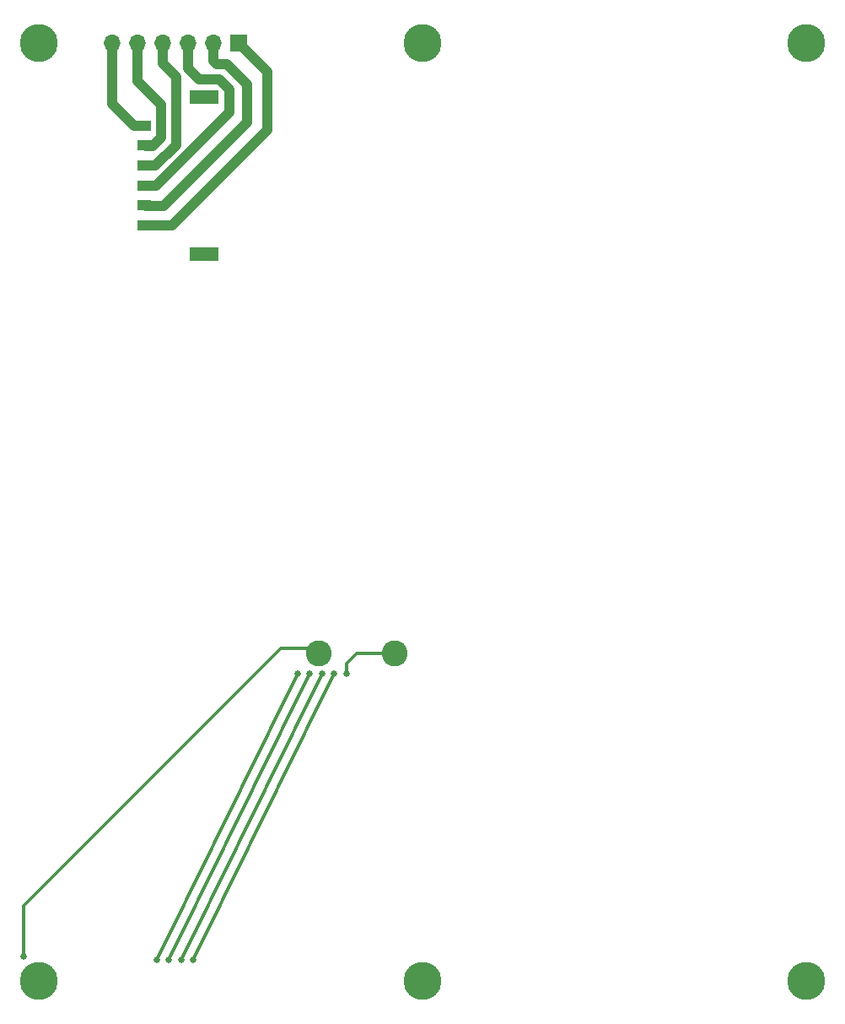
<source format=gbr>
%TF.GenerationSoftware,KiCad,Pcbnew,(6.0.5)*%
%TF.CreationDate,2022-08-19T15:48:38-07:00*%
%TF.ProjectId,Coil_Panels_XY,436f696c-5f50-4616-9e65-6c735f58592e,rev?*%
%TF.SameCoordinates,Original*%
%TF.FileFunction,Copper,L6,Bot*%
%TF.FilePolarity,Positive*%
%FSLAX46Y46*%
G04 Gerber Fmt 4.6, Leading zero omitted, Abs format (unit mm)*
G04 Created by KiCad (PCBNEW (6.0.5)) date 2022-08-19 15:48:38*
%MOMM*%
%LPD*%
G01*
G04 APERTURE LIST*
%TA.AperFunction,ComponentPad*%
%ADD10C,2.600000*%
%TD*%
%TA.AperFunction,ConnectorPad*%
%ADD11C,3.800000*%
%TD*%
%TA.AperFunction,ComponentPad*%
%ADD12R,1.700000X1.700000*%
%TD*%
%TA.AperFunction,ComponentPad*%
%ADD13O,1.700000X1.700000*%
%TD*%
%TA.AperFunction,SMDPad,CuDef*%
%ADD14R,1.450000X1.100000*%
%TD*%
%TA.AperFunction,SMDPad,CuDef*%
%ADD15R,2.900000X1.350000*%
%TD*%
%TA.AperFunction,ViaPad*%
%ADD16C,0.650000*%
%TD*%
%TA.AperFunction,Conductor*%
%ADD17C,1.000000*%
%TD*%
%TA.AperFunction,Conductor*%
%ADD18C,0.306000*%
%TD*%
G04 APERTURE END LIST*
D10*
%TO.P,H1,1,1*%
%TO.N,unconnected-(H1-Pad1)*%
X111942000Y-49921999D03*
D11*
X111942000Y-49921999D03*
%TD*%
D12*
%TO.P,J1,1,Pin_1*%
%TO.N,Net-(J1-Pad1)*%
X131942000Y-49921999D03*
D13*
%TO.P,J1,2,Pin_2*%
%TO.N,Net-(J1-Pad2)*%
X129402000Y-49921999D03*
%TO.P,J1,3,Pin_3*%
%TO.N,Net-(J1-Pad3)*%
X126862000Y-49921999D03*
%TO.P,J1,4,Pin_4*%
%TO.N,Net-(J1-Pad4)*%
X124322000Y-49921999D03*
%TO.P,J1,5,Pin_5*%
%TO.N,Net-(J1-Pad5)*%
X121782000Y-49921999D03*
%TO.P,J1,6,Pin_6*%
%TO.N,Net-(J1-Pad6)*%
X119242000Y-49921999D03*
%TD*%
D10*
%TO.P,H5,1,1*%
%TO.N,unconnected-(H5-Pad1)*%
X150442000Y-143921999D03*
D11*
X150442000Y-143921999D03*
%TD*%
%TO.P,H4,1,1*%
%TO.N,unconnected-(H4-Pad1)*%
X111942000Y-143921999D03*
D10*
X111942000Y-143921999D03*
%TD*%
%TO.P,TP1,1,1*%
%TO.N,Coil_OUT*%
X139986000Y-111092000D03*
%TO.P,TP1,2,2*%
X147606000Y-111092000D03*
%TD*%
%TO.P,H2,1,1*%
%TO.N,unconnected-(H2-Pad1)*%
X150442000Y-49921999D03*
D11*
X150442000Y-49921999D03*
%TD*%
D10*
%TO.P,H3,1,1*%
%TO.N,unconnected-(H3-Pad1)*%
X188942000Y-49921999D03*
D11*
X188942000Y-49921999D03*
%TD*%
D10*
%TO.P,H6,1,1*%
%TO.N,unconnected-(H6-Pad1)*%
X188942000Y-143921999D03*
D11*
X188942000Y-143921999D03*
%TD*%
D14*
%TO.P,J2,1,1*%
%TO.N,Net-(J1-Pad6)*%
X122500000Y-58170000D03*
%TO.P,J2,2,2*%
%TO.N,Net-(J1-Pad5)*%
X122500000Y-60170000D03*
%TO.P,J2,3,3*%
%TO.N,Net-(J1-Pad4)*%
X122500000Y-62170000D03*
%TO.P,J2,4,4*%
%TO.N,Net-(J1-Pad3)*%
X122500000Y-64170000D03*
%TO.P,J2,5,5*%
%TO.N,Net-(J1-Pad2)*%
X122500000Y-66170000D03*
%TO.P,J2,6,6*%
%TO.N,Net-(J1-Pad1)*%
X122500000Y-68170000D03*
D15*
%TO.P,J2,S1,SHIELD1*%
%TO.N,unconnected-(J2-PadS1)*%
X128475000Y-55275000D03*
%TO.P,J2,S2,SHIELD2*%
%TO.N,unconnected-(J2-PadS2)*%
X128475000Y-71065000D03*
%TD*%
D16*
%TO.N,Coil_OUT*%
X126184000Y-141856000D03*
X127408000Y-141856000D03*
X123736000Y-141856000D03*
X140358000Y-113092000D03*
X124960000Y-141856000D03*
X137910000Y-113092000D03*
X139134000Y-113092000D03*
X142806000Y-113092000D03*
X110394000Y-141513999D03*
X141582000Y-113092000D03*
%TD*%
D17*
%TO.N,Net-(J1-Pad1)*%
X122638000Y-68201999D02*
X125252000Y-68201999D01*
X134824000Y-52803999D02*
X131942000Y-49921999D01*
X125252000Y-68201999D02*
X134824000Y-58629999D01*
X134824000Y-58629999D02*
X134824000Y-52803999D01*
%TO.N,Net-(J1-Pad2)*%
X132792000Y-54057999D02*
X130760000Y-52025999D01*
X130760000Y-52025999D02*
X129744000Y-52025999D01*
X122638000Y-66201999D02*
X124458000Y-66201999D01*
X124458000Y-66201999D02*
X132792000Y-57867999D01*
X129744000Y-52025999D02*
X129402000Y-51683999D01*
X129402000Y-51683999D02*
X129402000Y-49921999D01*
X132792000Y-57867999D02*
X132792000Y-54057999D01*
%TO.N,Net-(J1-Pad3)*%
X122638000Y-64201999D02*
X123664000Y-64201999D01*
X126862000Y-52445999D02*
X126862000Y-49921999D01*
X127966000Y-53549999D02*
X126862000Y-52445999D01*
X123664000Y-64201999D02*
X131014000Y-56851999D01*
X129998000Y-53549999D02*
X127966000Y-53549999D01*
X131014000Y-54565999D02*
X129998000Y-53549999D01*
X131014000Y-56851999D02*
X131014000Y-54565999D01*
%TO.N,Net-(J1-Pad4)*%
X125680000Y-53295999D02*
X124322000Y-51937999D01*
X124322000Y-51937999D02*
X124322000Y-49921999D01*
X125680000Y-60153999D02*
X125680000Y-53295999D01*
X123632000Y-62201999D02*
X125680000Y-60153999D01*
X122638000Y-62201999D02*
X123632000Y-62201999D01*
%TO.N,Net-(J1-Pad5)*%
X124156000Y-59358021D02*
X124156000Y-56089999D01*
X122638000Y-60201999D02*
X123312022Y-60201999D01*
X121782000Y-53715999D02*
X121782000Y-49921999D01*
X123312022Y-60201999D02*
X124156000Y-59358021D01*
X124156000Y-56089999D02*
X121782000Y-53715999D01*
%TO.N,Net-(J1-Pad6)*%
X121442000Y-58201999D02*
X119242000Y-56001999D01*
X119242000Y-56001999D02*
X119242000Y-49921999D01*
X122638000Y-58201999D02*
X121442000Y-58201999D01*
D18*
%TO.N,Coil_OUT*%
X110394000Y-136413999D02*
X136194000Y-110613999D01*
X142806000Y-113092000D02*
X142806000Y-112087999D01*
X136194000Y-110613999D02*
X140054000Y-110613999D01*
X127408000Y-141856000D02*
X141582000Y-113092000D01*
X142806000Y-112087999D02*
X143801999Y-111092000D01*
X123736000Y-141856000D02*
X137910000Y-113092000D01*
X110394000Y-141513999D02*
X110394000Y-136413999D01*
X126184000Y-141856000D02*
X140358000Y-113092000D01*
X124960000Y-141856000D02*
X139134000Y-113092000D01*
X143801999Y-111092000D02*
X147606000Y-111092000D01*
%TD*%
M02*

</source>
